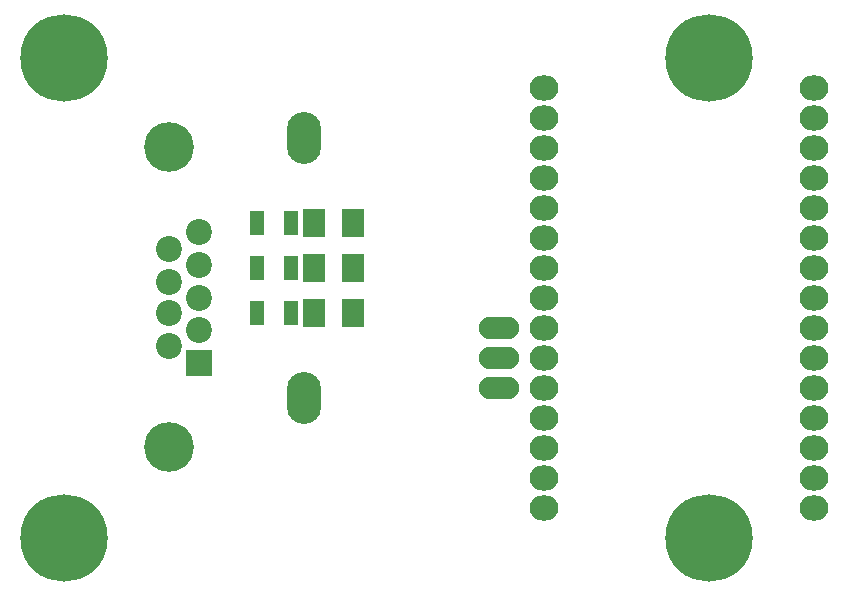
<source format=gbr>
G04 #@! TF.FileFunction,Soldermask,Bot*
%FSLAX46Y46*%
G04 Gerber Fmt 4.6, Leading zero omitted, Abs format (unit mm)*
G04 Created by KiCad (PCBNEW 4.0.5+dfsg1-4) date Mon Apr 17 17:31:13 2017*
%MOMM*%
%LPD*%
G01*
G04 APERTURE LIST*
%ADD10C,0.100000*%
%ADD11O,2.432000X2.127200*%
%ADD12C,4.210000*%
%ADD13R,2.200000X2.200000*%
%ADD14C,2.200000*%
%ADD15R,1.300000X2.100000*%
%ADD16R,1.924000X2.432000*%
%ADD17O,2.899360X4.400500*%
%ADD18O,3.414980X1.906220*%
%ADD19C,7.400000*%
G04 APERTURE END LIST*
D10*
D11*
X93980000Y-43180000D03*
X93980000Y-45720000D03*
X93980000Y-48260000D03*
X93980000Y-50800000D03*
X93980000Y-53340000D03*
X93980000Y-55880000D03*
X93980000Y-58420000D03*
X93980000Y-60960000D03*
X93980000Y-63500000D03*
X93980000Y-66040000D03*
X93980000Y-68580000D03*
X93980000Y-71120000D03*
X93980000Y-73660000D03*
X93980000Y-76200000D03*
X93980000Y-78740000D03*
X116840000Y-43180000D03*
X116840000Y-73660000D03*
X116840000Y-76200000D03*
X116840000Y-71120000D03*
X116840000Y-55880000D03*
X116840000Y-53340000D03*
X116840000Y-58420000D03*
X116840000Y-78740000D03*
X116840000Y-63500000D03*
X116840000Y-60960000D03*
X116840000Y-66040000D03*
X116840000Y-68580000D03*
X116840000Y-48260000D03*
X116840000Y-50800000D03*
X116840000Y-45720000D03*
D12*
X62230000Y-48133000D03*
X62230000Y-73533000D03*
D13*
X64770000Y-66421000D03*
D14*
X64770000Y-63627000D03*
X64770000Y-60960000D03*
X64770000Y-58166000D03*
X64770000Y-55372000D03*
X62230000Y-65024000D03*
X62230000Y-62230000D03*
X62230000Y-59563000D03*
X62230000Y-56769000D03*
D15*
X69670000Y-62230000D03*
X72570000Y-62230000D03*
X69670000Y-58420000D03*
X72570000Y-58420000D03*
X69670000Y-54610000D03*
X72570000Y-54610000D03*
D16*
X74549000Y-62230000D03*
X77851000Y-62230000D03*
X74549000Y-58420000D03*
X77851000Y-58420000D03*
X74549000Y-54610000D03*
X77851000Y-54610000D03*
D17*
X73660000Y-47419260D03*
X73660000Y-69420740D03*
D18*
X90170000Y-68580000D03*
X90170000Y-66040000D03*
X90170000Y-63500000D03*
D19*
X53340000Y-81280000D03*
X107950000Y-81280000D03*
X107950000Y-40640000D03*
X53340000Y-40640000D03*
M02*

</source>
